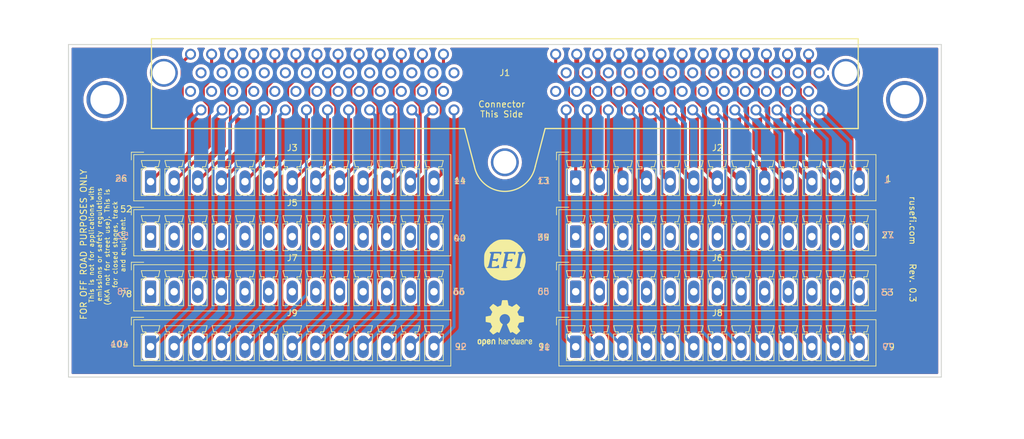
<source format=kicad_pcb>
(kicad_pcb (version 20211014) (generator pcbnew)
  (layers (0 "F.Cu" signal) (1 "In1.Cu" signal) (2 "In2.Cu" signal) (31 "B.Cu" signal) (34 "B.Paste" user) (35 "F.Paste" user) (36 "B.SilkS" user "B.Silkscreen") (37 "F.SilkS" user "F.Silkscreen") (38 "B.Mask" user) (39 "F.Mask" user) (44 "Edge.Cuts" user))
  (net 0 "")
  (net 1 "Net-(J1-Pad90)")
  (net 2 "Net-(J1-Pad89)")
  (net 3 "Net-(J1-Pad88)")
  (net 4 "Net-(J1-Pad87)")
  (net 5 "Net-(J1-Pad86)")
  (net 6 "Net-(J1-Pad85)")
  (net 7 "Net-(J1-Pad84)")
  (net 8 "Net-(J1-Pad83)")
  (net 9 "Net-(J1-Pad82)")
  (net 10 "Net-(J1-Pad81)")
  (net 11 "Net-(J1-Pad80)")
  (net 12 "Net-(J1-Pad79)")
  (net 13 "Net-(J1-Pad53)")
  (net 14 "Net-(J1-Pad54)")
  (net 15 "Net-(J1-Pad55)")
  (net 16 "Net-(J1-Pad56)")
  (net 17 "Net-(J1-Pad57)")
  (net 18 "Net-(J1-Pad58)")
  (net 19 "Net-(J1-Pad59)")
  (net 20 "Net-(J1-Pad60)")
  (net 21 "Net-(J1-Pad61)")
  (net 22 "Net-(J1-Pad62)")
  (net 23 "Net-(J1-Pad63)")
  (net 24 "Net-(J1-Pad64)")
  (net 25 "Net-(J1-Pad37)")
  (net 26 "Net-(J1-Pad36)")
  (net 27 "Net-(J1-Pad35)")
  (net 28 "Net-(J1-Pad34)")
  (net 29 "Net-(J1-Pad33)")
  (net 30 "Net-(J1-Pad32)")
  (net 31 "Net-(J1-Pad31)")
  (net 32 "Net-(J1-Pad30)")
  (net 33 "Net-(J1-Pad29)")
  (net 34 "Net-(J1-Pad28)")
  (net 35 "Net-(J1-Pad27)")
  (net 36 "Net-(J1-Pad1)")
  (net 37 "Net-(J1-Pad2)")
  (net 38 "Net-(J1-Pad3)")
  (net 39 "Net-(J1-Pad4)")
  (net 40 "Net-(J1-Pad5)")
  (net 41 "Net-(J1-Pad6)")
  (net 42 "Net-(J1-Pad7)")
  (net 43 "Net-(J1-Pad8)")
  (net 44 "Net-(J1-Pad9)")
  (net 45 "Net-(J1-Pad10)")
  (net 46 "Net-(J1-Pad11)")
  (net 47 "Net-(J1-Pad12)")
  (net 48 "Net-(J1-Pad38)")
  (net 49 "Net-(J1-Pad13)")
  (net 50 "Net-(J1-Pad65)")
  (net 51 "Net-(J1-Pad91)")
  (net 52 "Net-(J1-Pad39)")
  (net 53 "Net-(J1-Pad104)")
  (net 54 "Net-(J1-Pad103)")
  (net 55 "Net-(J1-Pad102)")
  (net 56 "Net-(J1-Pad101)")
  (net 57 "Net-(J1-Pad100)")
  (net 58 "Net-(J1-Pad99)")
  (net 59 "Net-(J1-Pad98)")
  (net 60 "Net-(J1-Pad97)")
  (net 61 "Net-(J1-Pad72)")
  (net 62 "Net-(J1-Pad73)")
  (net 63 "Net-(J1-Pad74)")
  (net 64 "Net-(J1-Pad75)")
  (net 65 "Net-(J1-Pad76)")
  (net 66 "Net-(J1-Pad77)")
  (net 67 "Net-(J1-Pad78)")
  (net 68 "Net-(J1-Pad52)")
  (net 69 "Net-(J1-Pad51)")
  (net 70 "Net-(J1-Pad50)")
  (net 71 "Net-(J1-Pad49)")
  (net 72 "Net-(J1-Pad48)")
  (net 73 "Net-(J1-Pad47)")
  (net 74 "Net-(J1-Pad46)")
  (net 75 "Net-(J1-Pad45)")
  (net 76 "Net-(J1-Pad26)")
  (net 77 "Net-(J1-Pad25)")
  (net 78 "Net-(J1-Pad24)")
  (net 79 "Net-(J1-Pad23)")
  (net 80 "Net-(J1-Pad22)")
  (net 81 "Net-(J1-Pad21)")
  (net 82 "Net-(J1-Pad20)")
  (net 83 "Net-(J1-Pad19)")
  (net 84 "Net-(J1-Pad71)")
  (net 85 "Net-(J1-Pad96)")
  (net 86 "Net-(J1-Pad44)")
  (net 87 "Net-(J1-Pad70)")
  (net 88 "Net-(J1-Pad18)")
  (net 89 "Net-(J1-Pad43)")
  (net 90 "Net-(J1-Pad95)")
  (net 91 "Net-(J1-Pad69)")
  (net 92 "Net-(J1-Pad17)")
  (net 93 "Net-(J1-Pad42)")
  (net 94 "Net-(J1-Pad94)")
  (net 95 "Net-(J1-Pad68)")
  (net 96 "Net-(J1-Pad16)")
  (net 97 "Net-(J1-Pad93)")
  (net 98 "Net-(J1-Pad41)")
  (net 99 "Net-(J1-Pad15)")
  (net 100 "Net-(J1-Pad67)")
  (net 101 "Net-(J1-Pad92)")
  (net 102 "Net-(J1-Pad66)")
  (net 103 "Net-(J1-Pad40)")
  (net 104 "Net-(J1-Pad14)")
  (footprint "rusefi_lib:LOGO" (layer "F.Cu") (at 93.62 56.13)
    (fp_text reference "G?" hide)
    (fp_text value "LOGO" hide)
  )
  (footprint "rusefi_lib:eecv" (layer "F.Cu") (at 93.62 20.36)
    (fp_text reference "J1")
    (fp_text value "EEC-V")
  )
  (footprint "Connector_Phoenix_MC:PhoenixContact_MCV_1,5_13-G-3.81_1x13_P3.81mm_Vertical" (layer "F.Cu") (at 105.05 43.43)
    (fp_text reference "J2")
    (fp_text value "Conn_01x13")
  )
  (footprint "Connector_Phoenix_MC:PhoenixContact_MCV_1,5_13-G-3.81_1x13_P3.81mm_Vertical" (layer "F.Cu") (at 36.47 43.43)
    (fp_text reference "J3")
    (fp_text value "Conn_01x13")
  )
  (footprint "Connector_Phoenix_MC:PhoenixContact_MCV_1,5_13-G-3.81_1x13_P3.81mm_Vertical" (layer "F.Cu") (at 105.05 52.32)
    (fp_text reference "J4")
    (fp_text value "Conn_01x13")
  )
  (footprint "Connector_Phoenix_MC:PhoenixContact_MCV_1,5_13-G-3.81_1x13_P3.81mm_Vertical" (layer "F.Cu") (at 36.47 52.32)
    (fp_text reference "J5")
    (fp_text value "Conn_01x13")
  )
  (footprint "Connector_Phoenix_MC:PhoenixContact_MCV_1,5_13-G-3.81_1x13_P3.81mm_Vertical" (layer "F.Cu") (at 105.05 61.21)
    (fp_text reference "J6")
    (fp_text value "Conn_01x13")
  )
  (footprint "Connector_Phoenix_MC:PhoenixContact_MCV_1,5_13-G-3.81_1x13_P3.81mm_Vertical" (layer "F.Cu") (at 36.47 61.21)
    (fp_text reference "J7")
    (fp_text value "Conn_01x13")
  )
  (footprint "Connector_Phoenix_MC:PhoenixContact_MCV_1,5_13-G-3.81_1x13_P3.81mm_Vertical" (layer "F.Cu") (at 105.05 70.1)
    (fp_text reference "J8")
    (fp_text value "Conn_01x13")
  )
  (footprint "Connector_Phoenix_MC:PhoenixContact_MCV_1,5_13-G-3.81_1x13_P3.81mm_Vertical" (layer "F.Cu") (at 36.47 70.1)
    (fp_text reference "J9")
    (fp_text value "Conn_01x13")
  )
  (footprint "rusefi_lib:Off_Road_Disclaimer" (layer "F.Cu") (at 28.85 53.59 90)
    (fp_text reference "G?" hide)
    (fp_text value "Disclaimer" hide)
  )
  (footprint "Symbol:OSHW-Logo2_9.8x8mm_SilkScreen" (layer "F.Cu") (at 93.62 66.29)
    (fp_text reference "REF**" hide)
    (fp_text value "OSHW-Logo2_9.8x8mm_SilkScreen" hide)
  )
  (gr_line (start 23.23 75) (end 164.03 75) (layer "Edge.Cuts") (width 0.15))
  (gr_line (start 23.23 21.3) (end 23.23 75) (layer "Edge.Cuts") (width 0.15))
  (gr_line (start 164.03 21.3) (end 164.03 75) (layer "Edge.Cuts") (width 0.15))
  (gr_line (start 23.23 21.3) (end 164.03 21.3) (layer "Edge.Cuts") (width 0.15))
  (gr_text "92" (at 86.508 70.1) (layer "B.SilkS") (effects (font (size 1 1)) (justify mirror)))
  (gr_text "40" (at 86.254 52.574) (layer "B.SilkS") (effects (font (size 1 1)) (justify mirror)))
  (gr_text "14" (at 86.381 43.303) (layer "B.SilkS") (effects (font (size 1 1)) (justify mirror)))
  (gr_text "78" (at 32.025 61.21) (layer "B.SilkS") (effects (font (size 1 1)) (justify mirror)))
  (gr_text "39" (at 99.843 52.447) (layer "B.SilkS") (effects (font (size 1 1)) (justify mirror)))
  (gr_text "13" (at 99.97 43.303) (layer "B.SilkS") (effects (font (size 1 1)) (justify mirror)))
  (gr_text "65" (at 99.843 61.21) (layer "B.SilkS") (effects (font (size 1 1)) (justify mirror)))
  (gr_text "91" (at 99.97 70.227) (layer "B.SilkS") (effects (font (size 1 1)) (justify mirror)))
  (gr_text "1" (at 155.215 43.176) (layer "B.SilkS") (effects (font (size 1 1)) (justify mirror)))
  (gr_text "26" (at 31.771 42.922) (layer "B.SilkS") (effects (font (size 1 1)) (justify mirror)))
  (gr_text "53" (at 155.215 61.337) (layer "B.SilkS") (effects (font (size 1 1)) (justify mirror)))
  (gr_text "79" (at 155.469 70.1) (layer "B.SilkS") (effects (font (size 1 1)) (justify mirror)))
  (gr_text "104" (at 31.39 69.719) (layer "B.SilkS") (effects (font (size 1 1)) (justify mirror)))
  (gr_text "27" (at 155.469 52.066) (layer "B.SilkS") (effects (font (size 1 1)) (justify mirror)))
  (gr_text "66" (at 86.127 61.21) (layer "B.SilkS") (effects (font (size 1 1)) (justify mirror)))
  (gr_text "52" (at 32.025 52.193) (layer "B.SilkS") (effects (font (size 1 1)) (justify mirror)))
  (gr_text "66" (at 86.254 61.21) (layer "F.SilkS") (effects (font (size 1 1))))
  (gr_text "14" (at 86.381 43.303) (layer "F.SilkS") (effects (font (size 1 1))))
  (gr_text "79" (at 155.5452 70.1508) (layer "F.SilkS") (effects (font (size 1 1))))
  (gr_text "52" (at 32.533 47.875) (layer "F.SilkS") (effects (font (size 1 1))))
  (gr_text "26" (at 31.7202 42.922) (layer "F.SilkS") (effects (font (size 1 1))))
  (gr_text "78" (at 32.533 61.591) (layer "F.SilkS") (effects (font (size 1 1))))
  (gr_text "13" (at 99.843 43.303) (layer "F.SilkS") (effects (font (size 1 1))))
  (gr_text "104" (at 31.5043 69.6809) (layer "F.SilkS") (effects (font (size 1 1))))
  (gr_text "Connector\nThis Side" (at 93.112 31.746) (layer "F.SilkS") (effects (font (size 1 1))))
  (gr_text "65" (at 99.843 61.21) (layer "F.SilkS") (effects (font (size 1 1))))
  (gr_text "53" (at 155.3801 61.3243) (layer "F.SilkS") (effects (font (size 1 1))))
  (gr_text "91" (at 99.97 70.1) (layer "F.SilkS") (effects (font (size 1 1))))
  (gr_text "92" (at 86.508 70.1) (layer "F.SilkS") (effects (font (size 1 1))))
  (gr_text "1" (at 155.4817 42.9601) (layer "F.SilkS") (effects (font (size 1 1))))
  (gr_text "27" (at 155.3547 52.066) (layer "F.SilkS") (effects (font (size 1 1))))
  (gr_text "39" (at 99.843 52.447) (layer "F.SilkS") (effects (font (size 1 1))))
  (gr_text "rusefi.com    Rev. 0.3" (at 159.406 54.352 -90) (layer "F.SilkS") (effects (font (size 1 1))))
  (gr_text "40" (at 86.381 52.574) (layer "F.SilkS") (effects (font (size 1 1))))
  (via (at 29.14 30.19) (size 6) (drill 4.75) (layers "F.Cu" "B.Cu") (net 0))
  (via (at 158.12 30.19) (size 6) (drill 4.75) (layers "F.Cu" "B.Cu") (net 0))
  (segment (start 106.92 68.16) (end 108.86 70.1) (width 0.5) (layer "B.Cu") (net 1))
  (segment (start 106.92 31.86) (end 106.92 68.16) (width 0.5) (layer "B.Cu") (net 1))
  (segment (start 110.32 67.75) (end 112.67 70.1) (width 0.5) (layer "B.Cu") (net 2))
  (segment (start 110.32 31.86) (end 110.32 67.75) (width 0.5) (layer "B.Cu") (net 2))
  (segment (start 113.72 31.86) (end 115.12999 33.26999) (width 0.5) (layer "B.Cu") (net 3))
  (segment (start 115.12999 68.74999) (end 116.48 70.1) (width 0.5) (layer "B.Cu") (net 3))
  (segment (start 115.12999 33.26999) (end 115.12999 68.74999) (width 0.5) (layer "B.Cu") (net 3))
  (segment (start 117.12 31.86) (end 118.93999 33.67999) (width 0.5) (layer "B.Cu") (net 4))
  (segment (start 118.93999 33.67999) (end 118.93999 68.74999) (width 0.5) (layer "B.Cu") (net 4))
  (segment (start 118.93999 68.74999) (end 120.29 70.1) (width 0.5) (layer "B.Cu") (net 4))
  (segment (start 122.74999 68.74999) (end 124.1 70.1) (width 0.5) (layer "B.Cu") (net 5))
  (segment (start 122.74999 34.08999) (end 122.74999 68.74999) (width 0.5) (layer "B.Cu") (net 5))
  (segment (start 120.52 31.86) (end 122.74999 34.08999) (width 0.5) (layer "B.Cu") (net 5))
  (segment (start 125.45001 33.39001) (end 125.45001 67.64001) (width 0.5) (layer "B.Cu") (net 6))
  (segment (start 125.45001 67.64001) (end 127.91 70.1) (width 0.5) (layer "B.Cu") (net 6))
  (segment (start 123.92 31.86) (end 125.45001 33.39001) (width 0.5) (layer "B.Cu") (net 6))
  (segment (start 127.32 31.86) (end 129.26001 33.80001) (width 0.5) (layer "B.Cu") (net 7))
  (segment (start 129.26001 67.64001) (end 131.72 70.1) (width 0.5) (layer "B.Cu") (net 7))
  (segment (start 129.26001 33.80001) (end 129.26001 67.64001) (width 0.5) (layer "B.Cu") (net 7))
  (segment (start 134.17999 35.31999) (end 134.17999 68.74999) (width 0.5) (layer "B.Cu") (net 8))
  (segment (start 130.72 31.86) (end 134.17999 35.31999) (width 0.5) (layer "B.Cu") (net 8))
  (segment (start 134.17999 68.74999) (end 135.53 70.1) (width 0.5) (layer "B.Cu") (net 8))
  (segment (start 134.12 31.86) (end 137.98999 35.72999) (width 0.5) (layer "B.Cu") (net 9))
  (segment (start 137.98999 68.74999) (end 139.34 70.1) (width 0.5) (layer "B.Cu") (net 9))
  (segment (start 137.98999 35.72999) (end 137.98999 68.74999) (width 0.5) (layer "B.Cu") (net 9))
  (segment (start 141.79999 36.13999) (end 141.79999 68.74999) (width 0.5) (layer "B.Cu") (net 10))
  (segment (start 137.52 31.86) (end 141.79999 36.13999) (width 0.5) (layer "B.Cu") (net 10))
  (segment (start 141.79999 68.74999) (end 143.15 70.1) (width 0.5) (layer "B.Cu") (net 10))
  (segment (start 140.92 31.86) (end 145.60999 36.54999) (width 0.5) (layer "B.Cu") (net 11))
  (segment (start 145.60999 68.74999) (end 146.96 70.1) (width 0.5) (layer "B.Cu") (net 11))
  (segment (start 145.60999 36.54999) (end 145.60999 68.74999) (width 0.5) (layer "B.Cu") (net 11))
  (segment (start 149.41999 68.74999) (end 150.77 70.1) (width 0.5) (layer "B.Cu") (net 12))
  (segment (start 149.41999 36.95999) (end 149.41999 68.74999) (width 0.5) (layer "B.Cu") (net 12))
  (segment (start 144.32 31.86) (end 149.41999 36.95999) (width 0.5) (layer "B.Cu") (net 12))
  (segment (start 142.62 22.86) (end 142.62 26.656278) (width 0.8) (layer "F.Cu") (net 36))
  (segment (start 150.77 34.806278) (end 150.77 43.43) (width 0.8) (layer "F.Cu") (net 36))
  (segment (start 142.62 26.656278) (end 150.77 34.806278) (width 0.8) (layer "F.Cu") (net 36))
  (segment (start 142.578378 39.048378) (end 146.96 43.43) (width 0.8) (layer "F.Cu") (net 37))
  (segment (start 141.130999 28.567277) (end 141.130999 29.574721) (width 0.8) (layer "F.Cu") (net 37))
  (segment (start 142.578378 31.0221) (end 142.578378 39.048378) (width 0.8) (layer "F.Cu") (net 37))
  (segment (start 141.130999 29.574721) (end 142.578378 31.0221) (width 0.8) (layer "F.Cu") (net 37))
  (segment (start 139.22 22.86) (end 139.22 26.656278) (width 0.8) (layer "F.Cu") (net 37))
  (segment (start 139.22 26.656278) (end 141.130999 28.567277) (width 0.8) (layer "F.Cu") (net 37))
  (segment (start 137.730999 28.274721) (end 137.730999 29.867277) (width 0.8) (layer "F.Cu") (net 38))
  (segment (start 135.82 26.363722) (end 137.730999 28.274721) (width 0.8) (layer "F.Cu") (net 38))
  (segment (start 139.430999 39.710999) (end 143.15 43.43) (width 0.8) (layer "F.Cu") (net 38))
  (segment (start 135.82 22.86) (end 135.82 26.363722) (width 0.8) (layer "F.Cu") (net 38))
  (segment (start 139.430999 31.567277) (end 139.430999 39.710999) (width 0.8) (layer "F.Cu") (net 38))
  (segment (start 137.730999 29.867277) (end 139.430999 31.567277) (width 0.8) (layer "F.Cu") (net 38))
  (segment (start 136.030999 40.120999) (end 139.34 43.43) (width 0.8) (layer "F.Cu") (net 39))
  (segment (start 134.330999 28.567277) (end 134.330999 29.867277) (width 0.8) (layer "F.Cu") (net 39))
  (segment (start 132.42 26.656278) (end 134.330999 28.567277) (width 0.8) (layer "F.Cu") (net 39))
  (segment (start 134.330999 29.867277) (end 136.030999 31.567277) (width 0.8) (layer "F.Cu") (net 39))
  (segment (start 136.030999 31.567277) (end 136.030999 40.120999) (width 0.8) (layer "F.Cu") (net 39))
  (segment (start 132.42 22.86) (end 132.42 26.656278) (width 0.8) (layer "F.Cu") (net 39))
  (segment (start 130.930999 29.867277) (end 132.630999 31.567277) (width 0.8) (layer "F.Cu") (net 40))
  (segment (start 135.53 41.4742) (end 135.53 43.43) (width 0.8) (layer "F.Cu") (net 40))
  (segment (start 132.630999 31.567277) (end 132.630999 38.575199) (width 0.8) (layer "F.Cu") (net 40))
  (segment (start 132.630999 38.575199) (end 135.53 41.4742) (width 0.8) (layer "F.Cu") (net 40))
  (segment (start 129.02 26.363722) (end 130.930999 28.274721) (width 0.8) (layer "F.Cu") (net 40))
  (segment (start 129.02 22.86) (end 129.02 26.363722) (width 0.8) (layer "F.Cu") (net 40))
  (segment (start 130.930999 28.274721) (end 130.930999 29.867277) (width 0.8) (layer "F.Cu") (net 40))
  (segment (start 127.530999 29.574721) (end 129.230998 31.27472) (width 0.8) (layer "F.Cu") (net 41))
  (segment (start 129.230998 31.27472) (end 129.230998 40.940998) (width 0.8) (layer "F.Cu") (net 41))
  (segment (start 127.530999 28.274721) (end 127.530999 29.574721) (width 0.8) (layer "F.Cu") (net 41))
  (segment (start 125.62 26.363722) (end 127.530999 28.274721) (width 0.8) (layer "F.Cu") (net 41))
  (segment (start 125.62 22.86) (end 125.62 26.363722) (width 0.8) (layer "F.Cu") (net 41))
  (segment (start 129.230998 40.940998) (end 131.72 43.43) (width 0.8) (layer "F.Cu") (net 41))
  (segment (start 124.130999 28.274721) (end 124.130999 29.867277) (width 0.8) (layer "F.Cu") (net 42))
  (segment (start 122.22 22.86) (end 122.22 26.363722) (width 0.8) (layer "F.Cu") (net 42))
  (segment (start 125.830999 31.567277) (end 125.830999 41.350999) (width 0.8) (layer "F.Cu") (net 42))
  (segment (start 124.130999 29.867277) (end 125.830999 31.567277) (width 0.8) (layer "F.Cu") (net 42))
  (segment (start 122.22 26.363722) (end 124.130999 28.274721) (width 0.8) (layer "F.Cu") (net 42))
  (segment (start 125.830999 41.350999) (end 127.91 43.43) (width 0.8) (layer "F.Cu") (net 42))
  (segment (start 120.730999 28.274721) (end 120.730999 29.867277) (width 0.8) (layer "F.Cu") (net 43))
  (segment (start 122.430999 41.760999) (end 124.1 43.43) (width 0.8) (layer "F.Cu") (net 43))
  (segment (start 118.82 22.86) (end 118.82 26.363722) (width 0.8) (layer "F.Cu") (net 43))
  (segment (start 122.430999 31.567277) (end 122.430999 41.760999) (width 0.8) (layer "F.Cu") (net 43))
  (segment (start 120.730999 29.867277) (end 122.430999 31.567277) (width 0.8) (layer "F.Cu") (net 43))
  (segment (start 118.82 26.363722) (end 120.730999 28.274721) (width 0.8) (layer "F.Cu") (net 43))
  (segment (start 119.030999 42.170999) (end 120.29 43.43) (width 0.8) (layer "F.Cu") (net 44))
  (segment (start 117.330999 28.567277) (end 117.330999 29.867277) (width 0.8) (layer "F.Cu") (net 44))
  (segment (start 117.330999 29.867277) (end 119.030999 31.567277) (width 0.8) (layer "F.Cu") (net 44))
  (segment (start 115.42 22.86) (end 115.42 26.656278) (width 0.8) (layer "F.Cu") (net 44))
  (segment (start 115.42 26.656278) (end 117.330999 28.567277) (width 0.8) (layer "F.Cu") (net 44))
  (segment (start 119.030999 31.567277) (end 119.030999 42.170999) (width 0.8) (layer "F.Cu") (net 44))
  (segment (start 115.630999 31.567277) (end 115.630999 42.580999) (width 0.8) (layer "F.Cu") (net 45))
  (segment (start 113.509001 28.145279) (end 113.509001 29.445279) (width 0.8) (layer "F.Cu") (net 45))
  (segment (start 112.02 26.656278) (end 113.509001 28.145279) (width 0.8) (layer "F.Cu") (net 45))
  (segment (start 112.02 22.86) (end 112.02 26.656278) (width 0.8) (layer "F.Cu") (net 45))
  (segment (start 113.509001 29.445279) (end 115.630999 31.567277) (width 0.8) (layer "F.Cu") (net 45))
  (segment (start 115.630999 42.580999) (end 116.48 43.43) (width 0.8) (layer "F.Cu") (net 45))
  (segment (start 108.62 26.363722) (end 110.530999 28.274721) (width 0.8) (layer "F.Cu") (net 46))
  (segment (start 110.530999 29.867277) (end 112.230999 31.567277) (width 0.8) (layer "F.Cu") (net 46))
  (segment (start 110.530999 28.274721) (end 110.530999 29.867277) (width 0.8) (layer "F.Cu") (net 46))
  (segment (start 108.62 22.86) (end 108.62 26.363722) (width 0.8) (layer "F.Cu") (net 46))
  (segment (start 112.230999 42.990999) (end 112.67 43.43) (width 0.8) (layer "F.Cu") (net 46))
  (segment (start 112.230999 31.567277) (end 112.230999 42.990999) (width 0.8) (layer "F.Cu") (net 46))
  (segment (start 107.130999 28.274721) (end 107.130999 29.574721) (width 0.8) (layer "F.Cu") (net 47))
  (segment (start 108.830999 31.274721) (end 108.830999 43.400999) (width 0.8) (layer "F.Cu") (net 47))
  (segment (start 108.830999 43.400999) (end 108.86 43.43) (width 0.8) (layer "F.Cu") (net 47))
  (segment (start 105.22 26.363722) (end 107.130999 28.274721) (width 0.8) (layer "F.Cu") (net 47))
  (segment (start 107.130999 29.574721) (end 108.830999 31.274721) (width 0.8) (layer "F.Cu") (net 47))
  (segment (start 105.22 22.86) (end 105.22 26.363722) (width 0.8) (layer "F.Cu") (net 47))
  (segment (start 105.05 31.408278) (end 105.05 43.43) (width 0.5) (layer "F.Cu") (net 49))
  (segment (start 101.82 26.141722) (end 103.880999 28.202721) (width 0.5) (layer "F.Cu") (net 49))
  (segment (start 103.880999 30.239277) (end 105.05 31.408278) (width 0.5) (layer "F.Cu") (net 49))
  (segment (start 103.880999 28.202721) (end 103.880999 30.239277) (width 0.5) (layer "F.Cu") (net 49))
  (segment (start 101.82 22.86) (end 101.82 26.141722) (width 0.5) (layer "F.Cu") (net 49))
  (segment (start 103.52 68.57) (end 105.05 70.1) (width 0.5) (layer "B.Cu") (net 51))
  (segment (start 103.52 31.86) (end 103.52 68.57) (width 0.5) (layer "B.Cu") (net 51))
  (segment (start 42.73999 33.74001) (end 44.62 31.86) (width 0.5) (layer "B.Cu") (net 53))
  (segment (start 36.47 70.1) (end 42.73999 63.83001) (width 0.5) (layer "B.Cu") (net 53))
  (segment (start 42.73999 63.83001) (end 42.73999 33.74001) (width 0.5) (layer "B.Cu") (net 53))
  (segment (start 46.54999 33.33001) (end 48.02 31.86) (width 0.5) (layer "B.Cu") (net 54))
  (segment (start 46.54999 63.83001) (end 46.54999 33.33001) (width 0.5) (layer "B.Cu") (net 54))
  (segment (start 40.28 70.1) (end 46.54999 63.83001) (width 0.5) (layer "B.Cu") (net 54))
  (segment (start 51.42 31.86) (end 49.25001 34.02999) (width 0.5) (layer "B.Cu") (net 55))
  (segment (start 49.25001 34.02999) (end 49.25001 64.93999) (width 0.5) (layer "B.Cu") (net 55))
  (segment (start 49.25001 64.93999) (end 44.09 70.1) (width 0.5) (layer "B.Cu") (net 55))
  (segment (start 54.16999 63.83001) (end 47.9 70.1) (width 0.5) (layer "B.Cu") (net 56))
  (segment (start 54.82 31.86) (end 54.16999 32.51001) (width 0.5) (layer "B.Cu") (net 56))
  (segment (start 54.16999 32.51001) (end 54.16999 63.83001) (width 0.5) (layer "B.Cu") (net 56))
  (segment (start 58.22 31.86) (end 57.331001 32.748999) (width 0.5) (layer "B.Cu") (net 57))
  (segment (start 57.331001 32.748999) (end 57.331001 64.478999) (width 0.5) (layer "B.Cu") (net 57))
  (segment (start 57.331001 64.478999) (end 51.71 70.1) (width 0.5) (layer "B.Cu") (net 57))
  (segment (start 61.62 31.86) (end 61.62 61.729202) (width 0.5) (layer "B.Cu") (net 58))
  (segment (start 55.52 67.829202) (end 55.52 70.1) (width 0.5) (layer "B.Cu") (net 58))
  (segment (start 61.62 61.729202) (end 55.52 67.829202) (width 0.5) (layer "B.Cu") (net 58))
  (segment (start 65.02 31.86) (end 65.02 64.41) (width 0.5) (layer "B.Cu") (net 59))
  (segment (start 65.02 64.41) (end 59.33 70.1) (width 0.5) (layer "B.Cu") (net 59))
  (segment (start 68.42 64.82) (end 63.14 70.1) (width 0.5) (layer "B.Cu") (net 60))
  (segment (start 68.42 31.86) (end 68.42 64.82) (width 0.5) (layer "B.Cu") (net 60))
  (segment (start 41.580999 38.319001) (end 36.47 43.43) (width 0.5) (layer "F.Cu") (net 76))
  (segment (start 42.92 22.86) (end 41.580999 24.199001) (width 0.5) (layer "F.Cu") (net 76))
  (segment (start 41.580999 24.199001) (end 41.580999 38.319001) (width 0.5) (layer "F.Cu") (net 76))
  (segment (start 44.980999 28.217279) (end 44.980999 30.239277) (width 0.5) (layer "F.Cu") (net 77))
  (segment (start 46.32 26.878278) (end 44.980999 28.217279) (width 0.5) (layer "F.Cu") (net 77))
  (segment (start 44.980999 30.239277) (end 45.959001 31.217279) (width 0.5) (layer "F.Cu") (net 77))
  (segment (start 45.959001 37.750999) (end 40.28 43.43) (width 0.5) (layer "F.Cu") (net 77))
  (segment (start 46.32 22.86) (end 46.32 26.878278) (width 0.5) (layer "F.Cu") (net 77))
  (segment (start 45.959001 31.217279) (end 45.959001 37.750999) (width 0.5) (layer "F.Cu") (net 77))
  (segment (start 49.72 26.878278) (end 48.380999 28.217279) (width 0.5) (layer "F.Cu") (net 78))
  (segment (start 48.380999 30.239277) (end 49.359001 31.217279) (width 0.5) (layer "F.Cu") (net 78))
  (segment (start 48.380999 28.217279) (end 48.380999 30.239277) (width 0.5) (layer "F.Cu") (net 78))
  (segment (start 49.359001 31.217279) (end 49.359001 38.160999) (width 0.5) (layer "F.Cu") (net 78))
  (segment (start 49.359001 38.160999) (end 44.09 43.43) (width 0.5) (layer "F.Cu") (net 78))
  (segment (start 49.72 22.86) (end 49.72 26.878278) (width 0.5) (layer "F.Cu") (net 78))
  (segment (start 52.759001 31.217279) (end 52.759001 38.570999) (width 0.5) (layer "F.Cu") (net 79))
  (segment (start 51.780999 30.239277) (end 52.759001 31.217279) (width 0.5) (layer "F.Cu") (net 79))
  (segment (start 51.780999 28.217279) (end 51.780999 30.239277) (width 0.5) (layer "F.Cu") (net 79))
  (segment (start 53.12 26.878278) (end 51.780999 28.217279) (width 0.5) (layer "F.Cu") (net 79))
  (segment (start 53.12 22.86) (end 53.12 26.878278) (width 0.5) (layer "F.Cu") (net 79))
  (segment (start 52.759001 38.570999) (end 47.9 43.43) (width 0.5) (layer "F.Cu") (net 79))
  (segment (start 56.52 26.878278) (end 55.180999 28.217279) (width 0.5) (layer "F.Cu") (net 80))
  (segment (start 56.159001 31.217279) (end 56.159001 38.980999) (width 0.5) (layer "F.Cu") (net 80))
  (segment (start 55.180999 30.239277) (end 56.159001 31.217279) (width 0.5) (layer "F.Cu") (net 80))
  (segment (start 55.180999 28.217279) (end 55.180999 30.239277) (width 0.5) (layer "F.Cu") (net 80))
  (segment (start 56.52 22.86) (end 56.52 26.878278) (width 0.5) (layer "F.Cu") (net 80))
  (segment (start 56.159001 38.980999) (end 51.71 43.43) (width 0.5) (layer "F.Cu") (net 80))
  (segment (start 59.92 22.86) (end 59.92 26.878278) (width 0.5) (layer "F.Cu") (net 81))
  (segment (start 59.559001 39.390999) (end 55.52 43.43) (width 0.5) (layer "F.Cu") (net 81))
  (segment (start 59.92 26.878278) (end 58.580999 28.217279) (width 0.5) (layer "F.Cu") (net 81))
  (segment (start 59.559001 31.217279) (end 59.559001 39.390999) (width 0.5) (layer "F.Cu") (net 81))
  (segment (start 58.580999 28.217279) (end 58.580999 30.239277) (width 0.5) (layer "F.Cu") (net 81))
  (segment (start 58.580999 30.239277) (end 59.559001 31.217279) (width 0.5) (layer "F.Cu") (net 81))
  (segment (start 61.980999 28.217279) (end 61.980999 30.239277) (width 0.5) (layer "F.Cu") (net 82))
  (segment (start 62.959001 31.217279) (end 62.959001 39.800999) (width 0.5) (layer "F.Cu") (net 82))
  (segment (start 62.959001 39.800999) (end 59.33 43.43) (width 0.5) (layer "F.Cu") (net 82))
  (segment (start 63.32 26.878278) (end 61.980999 28.217279) (width 0.5) (layer "F.Cu") (net 82))
  (segment (start 61.980999 30.239277) (end 62.959001 31.217279) (width 0.5) (layer "F.Cu") (net 82))
  (segment (start 63.32 22.86) (end 63.32 26.878278) (width 0.5) (layer "F.Cu") (net 82))
  (segment (start 66.72 22.86) (end 66.72 26.878278) (width 0.5) (layer "F.Cu") (net 83))
  (segment (start 65.380999 30.239277) (end 66.359001 31.217279) (width 0.5) (layer "F.Cu") (net 83))
  (segment (start 66.359001 31.217279) (end 66.359001 40.210999) (width 0.5) (layer "F.Cu") (net 83))
  (segment (start 66.359001 40.210999) (end 63.14 43.43) (width 0.5) (layer "F.Cu") (net 83))
  (segment (start 66.72 26.878278) (end 65.380999 28.217279) (width 0.5) (layer "F.Cu") (net 83))
  (segment (start 65.380999 28.217279) (end 65.380999 30.239277) (width 0.5) (layer "F.Cu") (net 83))
  (segment (start 71.82 31.86) (end 72.0805 31.86) (width 0.5) (layer "B.Cu") (net 85))
  (segment (start 71.82 31.86) (end 72.708999 32.748999) (width 0.5) (layer "B.Cu") (net 85))
  (segment (start 72.708999 64.341001) (end 66.95 70.1) (width 0.5) (layer "B.Cu") (net 85))
  (segment (start 72.708999 32.748999) (end 72.708999 64.341001) (width 0.5) (layer "B.Cu") (net 85))
  (segment (start 68.780999 28.217279) (end 68.780999 30.239277) (width 0.5) (layer "F.Cu") (net 88))
  (segment (start 70.12 22.86) (end 70.12 26.878278) (width 0.5) (layer "F.Cu") (net 88))
  (segment (start 69.759001 31.217279) (end 69.759001 40.620999) (width 0.5) (layer "F.Cu") (net 88))
  (segment (start 69.759001 40.620999) (end 66.95 43.43) (width 0.5) (layer "F.Cu") (net 88))
  (segment (start 68.780999 30.239277) (end 69.759001 31.217279) (width 0.5) (layer "F.Cu") (net 88))
  (segment (start 70.12 26.878278) (end 68.780999 28.217279) (width 0.5) (layer "F.Cu") (net 88))
  (segment (start 75.92001 64.93999) (end 70.76 70.1) (width 0.5) (layer "B.Cu") (net 90))
  (segment (start 75.92001 32.56001) (end 75.92001 64.93999) (width 0.5) (layer "B.Cu") (net 90))
  (segment (start 75.22 31.86) (end 75.92001 32.56001) (width 0.5) (layer "B.Cu") (net 90))
  (segment (start 73.159001 41.030999) (end 70.76 43.43) (width 0.5) (layer "F.Cu") (net 92))
  (segment (start 73.52 26.878278) (end 72.180999 28.217279) (width 0.5) (layer "F.Cu") (net 92))
  (segment (start 73.159001 31.217279) (end 73.159001 41.030999) (width 0.5) (layer "F.Cu") (net 92))
  (segment (start 72.180999 30.239277) (end 73.159001 31.217279) (width 0.5) (layer "F.Cu") (net 92))
  (segment (start 72.180999 28.217279) (end 72.180999 30.239277) (width 0.5) (layer "F.Cu") (net 92))
  (segment (start 73.52 22.86) (end 73.52 26.878278) (width 0.5) (layer "F.Cu") (net 92))
  (segment (start 79.73001 64.93999) (end 74.57 70.1) (width 0.5) (layer "B.Cu") (net 94))
  (segment (start 79.73001 32.97001) (end 79.73001 64.93999) (width 0.5) (layer "B.Cu") (net 94))
  (segment (start 78.62 31.86) (end 79.73001 32.97001) (width 0.5) (layer "B.Cu") (net 94))
  (segment (start 76.92 26.878278) (end 75.580999 28.217279) (width 0.5) (layer "F.Cu") (net 96))
  (segment (start 76.559001 31.217279) (end 76.559001 41.440999) (width 0.5) (layer "F.Cu") (net 96))
  (segment (start 75.580999 28.217279) (end 75.580999 30.239277) (width 0.5) (layer "F.Cu") (net 96))
  (segment (start 76.92 22.86) (end 76.92 26.878278) (width 0.5) (layer "F.Cu") (net 96))
  (segment (start 75.580999 30.239277) (end 76.559001 31.217279) (width 0.5) (layer "F.Cu") (net 96))
  (segment (start 76.559001 41.440999) (end 74.57 43.43) (width 0.5) (layer "F.Cu") (net 96))
  (segment (start 80.83999 67.64001) (end 78.38 70.1) (width 0.5) (layer "B.Cu") (net 97))
  (segment (start 82.02 31.86) (end 80.83999 33.04001) (width 0.5) (layer "B.Cu") (net 97))
  (segment (start 80.83999 33.04001) (end 80.83999 67.64001) (width 0.5) (layer "B.Cu") (net 97))
  (segment (start 80.32 26.878278) (end 78.980999 28.217279) (width 0.5) (layer "F.Cu") (net 99))
  (segment (start 78.980999 28.217279) (end 78.980999 30.239277) (width 0.5) (layer "F.Cu") (net 99))
  (segment (start 78.980999 30.239277) (end 79.959001 31.217279) (width 0.5) (layer "F.Cu") (net 99))
  (segment (start 79.959001 31.217279) (end 79.959001 41.850999) (width 0.5) (layer "F.Cu") (net 99))
  (segment (start 80.32 22.86) (end 80.32 26.878278) (width 0.5) (layer "F.Cu") (net 99))
  (segment (start 79.959001 41.850999) (end 78.38 43.43) (width 0.5) (layer "F.Cu") (net 99))
  (segment (start 85.42 66.87) (end 82.19 70.1) (width 0.5) (layer "B.Cu") (net 101))
  (segment (start 85.42 31.86) (end 85.42 66.87) (width 0.5) (layer "B.Cu") (net 101))
  (segment (start 82.380999 30.239277) (end 83.359001 31.217279) (width 0.5) (layer "F.Cu") (net 104))
  (segment (start 83.359001 31.217279) (end 83.359001 42.260999) (width 0.5) (layer "F.Cu") (net 104))
  (segment (start 83.72 22.86) (end 83.72 26.878278) (width 0.5) (layer "F.Cu") (net 104))
  (segment (start 82.380999 28.217279) (end 82.380999 30.239277) (width 0.5) (layer "F.Cu") (net 104))
  (segment (start 83.359001 42.260999) (end 82.19 43.43) (width 0.5) (layer "F.Cu") (net 104))
  (segment (start 83.72 26.878278) (end 82.380999 28.217279) (width 0.5) (layer "F.Cu") (net 104))
  (zone (net 0) (net_name "") (layer "F.Cu") (connect_pads (clearance 0.508)) (min_thickness 0.254) (fill yes (thermal_gap 0.508) (thermal_bridge_width 0.508))
    (polygon (pts (xy 166.1497 76.4627) (xy 119.02 85.0352) (xy 14.6387 77.6311) (xy 16.5945 17.268) (xy 168.8802 16.4806)))
  )
  (zone (net 0) (net_name "") (layer "B.Cu") (connect_pads (clearance 0.508)) (min_thickness 0.254) (fill yes (thermal_gap 0.508) (thermal_bridge_width 0.508))
    (polygon (pts (xy 168.9564 18.6523) (xy 168.3087 77.4025) (xy 14.4609 78.6979) (xy 17.0517 18.0046)))
  )
)
</source>
